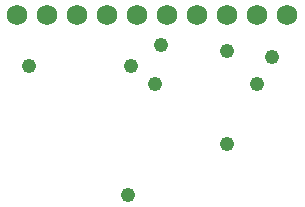
<source format=gbs>
G75*
%MOIN*%
%OFA0B0*%
%FSLAX25Y25*%
%IPPOS*%
%LPD*%
%AMOC8*
5,1,8,0,0,1.08239X$1,22.5*
%
%ADD10C,0.06800*%
%ADD11C,0.04800*%
D10*
X0038500Y0114500D03*
X0048500Y0114500D03*
X0058500Y0114500D03*
X0068500Y0114500D03*
X0078500Y0114500D03*
X0088500Y0114500D03*
X0098500Y0114500D03*
X0108500Y0114500D03*
X0118500Y0114500D03*
X0128500Y0114500D03*
D11*
X0075500Y0054500D03*
X0108500Y0071500D03*
X0118500Y0091500D03*
X0123500Y0100500D03*
X0108500Y0102500D03*
X0086500Y0104500D03*
X0076500Y0097500D03*
X0084500Y0091500D03*
X0042500Y0097500D03*
M02*

</source>
